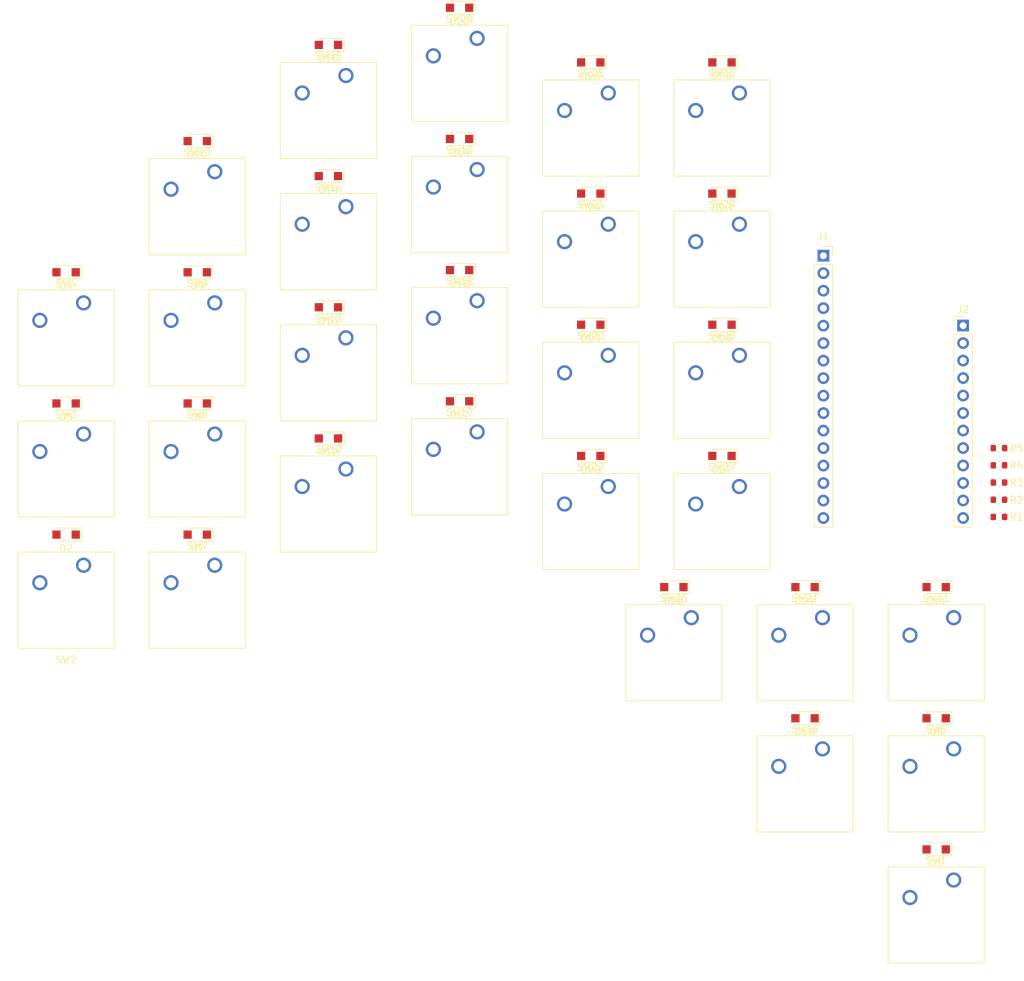
<source format=kicad_pcb>
(kicad_pcb (version 20240108) (generator "pcbnew") (generator_version "8.0")
  (layers (0 "F.Cu" signal) (31 "B.Cu" signal) (34 "B.Paste" user) (35 "F.Paste" user) (36 "B.SilkS" user "B.Silkscreen") (37 "F.SilkS" user "F.Silkscreen") (38 "B.Mask" user) (39 "F.Mask" user) (44 "Edge.Cuts" user))
  (net 0 "")
  (net 1 "/Row_0")
  (net 2 "Net-(D1-A)")
  (net 3 "/Row_1")
  (net 4 "Net-(D2-A)")
  (net 5 "/Row_2")
  (net 6 "Net-(D3-A)")
  (net 7 "/Row_3")
  (net 8 "Net-(D4-A)")
  (net 9 "/Row_4")
  (net 10 "Net-(D6-A)")
  (net 11 "Net-(D7-A)")
  (net 12 "Net-(D8-A)")
  (net 13 "Net-(D9-A)")
  (net 14 "Net-(D10-A)")
  (net 15 "Net-(D11-A)")
  (net 16 "Net-(D12-A)")
  (net 17 "Net-(D13-A)")
  (net 18 "Net-(D14-A)")
  (net 19 "Net-(D15-A)")
  (net 20 "Net-(D16-A)")
  (net 21 "Net-(D17-A)")
  (net 22 "Net-(D18-A)")
  (net 23 "Net-(D19-A)")
  (net 24 "Net-(D20-A)")
  (net 25 "Net-(D21-A)")
  (net 26 "Net-(D22-A)")
  (net 27 "Net-(D23-A)")
  (net 28 "Net-(D24-A)")
  (net 29 "Net-(D25-A)")
  (net 30 "Net-(D26-A)")
  (net 31 "Net-(D27-A)")
  (net 32 "Net-(D28-A)")
  (net 33 "Net-(D29-A)")
  (net 34 "Net-(D30-A)")
  (net 35 "/Col_3")
  (net 36 "/Col_1")
  (net 37 "/Col_5")
  (net 38 "/Col_4")
  (net 39 "/Col_0")
  (net 40 "/Col_2")
  (net 45 "+3.3V")
  (footprint "Diode_SMD:Nexperia_CFP3_SOD-123W" (layer "F.Cu") (at 49.275 112.38 180)
    (property "Reference" "D7" (at 0 -2 0) (layer "F.SilkS"))
    (property "Value" "D" (hide yes))
    (pad "1" smd rect (at -1.4 0 180) (size 1.2 1.2) (layers "F.Cu" "F.Paste" "F.Mask") (net 3 "/Row_1"))
    (pad "2" smd rect (at 1.4 0 180) (size 1.2 1.2) (layers "F.Cu" "F.Paste" "F.Mask") (net 11 "Net-(D7-A)"))
  )
  (footprint "Button_Switch_Keyboard:SW_Cherry_MX_1.00u_PCB" (layer "F.Cu") (at 32.765 97.775)
    (property "Reference" "SW3" (at -2.54 -2.794 0) (layer "F.SilkS"))
    (property "Value" "SW_Push" (hide yes))
    (pad "" np_thru_hole circle (at -7.62 5.08) (size 1.7 1.7) (drill 1.7) (layers "*.Cu" "*.Mask"))
    (pad "" np_thru_hole circle (at -2.54 5.08) (size 4 4) (drill 4) (layers "*.Cu" "*.Mask"))
    (pad "" np_thru_hole circle (at 2.54 5.08) (size 1.7 1.7) (drill 1.7) (layers "*.Cu" "*.Mask"))
    (pad "1" thru_hole circle (at 0 0) (size 2.2 2.2) (drill 1.5) (layers "*.Cu" "*.Mask") (net 39 "/Col_0"))
    (pad "2" thru_hole circle (at -6.35 2.54) (size 2.2 2.2) (drill 1.5) (layers "*.Cu" "*.Mask") (net 6 "Net-(D3-A)"))
  )
  (footprint "Diode_SMD:Nexperia_CFP3_SOD-123W" (layer "F.Cu") (at 87.375 54.9125 180)
    (property "Reference" "D19" (at 0 -2 0) (layer "F.SilkS"))
    (property "Value" "D" (hide yes))
    (pad "1" smd rect (at -1.4 0 180) (size 1.2 1.2) (layers "F.Cu" "F.Paste" "F.Mask") (net 7 "/Row_3"))
    (pad "2" smd rect (at 1.4 0 180) (size 1.2 1.2) (layers "F.Cu" "F.Paste" "F.Mask") (net 23 "Net-(D19-A)"))
  )
  (footprint "Button_Switch_Keyboard:SW_Cherry_MX_1.00u_PCB" (layer "F.Cu") (at 128.015 86.345)
    (property "Reference" "SW28" (at -2.54 -2.794 0) (layer "F.SilkS"))
    (property "Value" "SW_Push" (hide yes))
    (pad "" np_thru_hole circle (at -7.62 5.08) (size 1.7 1.7) (drill 1.7) (layers "*.Cu" "*.Mask"))
    (pad "" np_thru_hole circle (at -2.54 5.08) (size 4 4) (drill 4) (layers "*.Cu" "*.Mask"))
    (pad "" np_thru_hole circle (at 2.54 5.08) (size 1.7 1.7) (drill 1.7) (layers "*.Cu" "*.Mask"))
    (pad "1" thru_hole circle (at 0 0) (size 2.2 2.2) (drill 1.5) (layers "*.Cu" "*.Mask") (net 37 "/Col_5"))
    (pad "2" thru_hole circle (at -6.35 2.54) (size 2.2 2.2) (drill 1.5) (layers "*.Cu" "*.Mask") (net 32 "Net-(D28-A)"))
  )
  (footprint "Diode_SMD:Nexperia_CFP3_SOD-123W" (layer "F.Cu") (at 68.325 41.26 180)
    (property "Reference" "D15" (at 0 -2 0) (layer "F.SilkS"))
    (property "Value" "D" (hide yes))
    (pad "1" smd rect (at -1.4 0 180) (size 1.2 1.2) (layers "F.Cu" "F.Paste" "F.Mask") (net 9 "/Row_4"))
    (pad "2" smd rect (at 1.4 0 180) (size 1.2 1.2) (layers "F.Cu" "F.Paste" "F.Mask") (net 19 "Net-(D15-A)"))
  )
  (footprint "Button_Switch_Keyboard:SW_Cherry_MX_1.00u_PCB" (layer "F.Cu") (at 51.815 78.725)
    (property "Reference" "SW9" (at -2.54 -2.794 0) (layer "F.SilkS"))
    (property "Value" "SW_Push" (hide yes))
    (pad "" np_thru_hole circle (at -7.62 5.08) (size 1.7 1.7) (drill 1.7) (layers "*.Cu" "*.Mask"))
    (pad "" np_thru_hole circle (at -2.54 5.08) (size 4 4) (drill 4) (layers "*.Cu" "*.Mask"))
    (pad "" np_thru_hole circle (at 2.54 5.08) (size 1.7 1.7) (drill 1.7) (layers "*.Cu" "*.Mask"))
    (pad "1" thru_hole circle (at 0 0) (size 2.2 2.2) (drill 1.5) (layers "*.Cu" "*.Mask") (net 36 "/Col_1"))
    (pad "2" thru_hole circle (at -6.35 2.54) (size 2.2 2.2) (drill 1.5) (layers "*.Cu" "*.Mask") (net 13 "Net-(D9-A)"))
  )
  (footprint "Diode_SMD:Nexperia_CFP3_SOD-123W" (layer "F.Cu") (at 87.375 93.0125 180)
    (property "Reference" "D17" (at 0 -2 0) (layer "F.SilkS"))
    (property "Value" "D" (hide yes))
    (pad "1" smd rect (at -1.4 0 180) (size 1.2 1.2) (layers "F.Cu" "F.Paste" "F.Mask") (net 3 "/Row_1"))
    (pad "2" smd rect (at 1.4 0 180) (size 1.2 1.2) (layers "F.Cu" "F.Paste" "F.Mask") (net 21 "Net-(D17-A)"))
  )
  (footprint "Diode_SMD:Nexperia_CFP3_SOD-123W" (layer "F.Cu") (at 106.425 62.85 180)
    (property "Reference" "D24" (at 0 -2 0) (layer "F.SilkS"))
    (property "Value" "D" (hide yes))
    (pad "1" smd rect (at -1.4 0 180) (size 1.2 1.2) (layers "F.Cu" "F.Paste" "F.Mask") (net 7 "/Row_3"))
    (pad "2" smd rect (at 1.4 0 180) (size 1.2 1.2) (layers "F.Cu" "F.Paste" "F.Mask") (net 28 "Net-(D24-A)"))
  )
  (footprint "Diode_SMD:Nexperia_CFP3_SOD-123W" (layer "F.Cu") (at 106.425 43.8 180)
    (property "Reference" "D25" (at 0 -2 0) (layer "F.SilkS"))
    (property "Value" "D" (hide yes))
    (pad "1" smd rect (at -1.4 0 180) (size 1.2 1.2) (layers "F.Cu" "F.Paste" "F.Mask") (net 9 "/Row_4"))
    (pad "2" smd rect (at 1.4 0 180) (size 1.2 1.2) (layers "F.Cu" "F.Paste" "F.Mask") (net 29 "Net-(D25-A)"))
  )
  (footprint "Button_Switch_Keyboard:SW_Cherry_MX_1.00u_PCB" (layer "F.Cu") (at 128.015 105.395)
    (property "Reference" "SW27" (at -2.54 -2.794 0) (layer "F.SilkS"))
    (property "Value" "SW_Push" (hide yes))
    (pad "" np_thru_hole circle (at -7.62 5.08) (size 1.7 1.7) (drill 1.7) (layers "*.Cu" "*.Mask"))
    (pad "" np_thru_hole circle (at -2.54 5.08) (size 4 4) (drill 4) (layers "*.Cu" "*.Mask"))
    (pad "" np_thru_hole circle (at 2.54 5.08) (size 1.7 1.7) (drill 1.7) (layers "*.Cu" "*.Mask"))
    (pad "1" thru_hole circle (at 0 0) (size 2.2 2.2) (drill 1.5) (layers "*.Cu" "*.Mask") (net 37 "/Col_5"))
    (pad "2" thru_hole circle (at -6.35 2.54) (size 2.2 2.2) (drill 1.5) (layers "*.Cu" "*.Mask") (net 31 "Net-(D27-A)"))
  )
  (footprint "Button_Switch_Keyboard:SW_Cherry_MX_1.00u_PCB" (layer "F.Cu") (at 121.03 124.445)
    (property "Reference" "SW26" (at -2.54 -2.794 360) (layer "F.SilkS"))
    (property "Value" "SW_Push" (hide yes))
    (pad "" np_thru_hole circle (at -7.62 5.08) (size 1.7 1.7) (drill 1.7) (layers "*.Cu" "*.Mask"))
    (pad "" np_thru_hole circle (at -2.54 5.08) (size 4 4) (drill 4) (layers "*.Cu" "*.Mask"))
    (pad "" np_thru_hole circle (at 2.54 5.08) (size 1.7 1.7) (drill 1.7) (layers "*.Cu" "*.Mask"))
    (pad "1" thru_hole circle (at 0 0) (size 2.2 2.2) (drill 1.5) (layers "*.Cu" "*.Mask") (net 37 "/Col_5"))
    (pad "2" thru_hole circle (at -6.35 2.54) (size 2.2 2.2) (drill 1.5) (layers "*.Cu" "*.Mask") (net 30 "Net-(D26-A)"))
  )
  (footprint "Diode_SMD:Nexperia_CFP3_SOD-123W" (layer "F.Cu") (at 49.275 74.28 180)
    (property "Reference" "D9" (at 0 -2 0) (layer "F.SilkS"))
    (property "Value" "D" (hide yes))
    (pad "1" smd rect (at -1.4 0 180) (size 1.2 1.2) (layers "F.Cu" "F.Paste" "F.Mask") (net 7 "/Row_3"))
    (pad "2" smd rect (at 1.4 0 180) (size 1.2 1.2) (layers "F.Cu" "F.Paste" "F.Mask") (net 13 "Net-(D9-A)"))
  )
  (footprint "Diode_SMD:Nexperia_CFP3_SOD-123W" (layer "F.Cu") (at 49.275 55.23 180)
    (property "Reference" "D10" (at 0 -2 0) (layer "F.SilkS"))
    (property "Value" "D" (hide yes))
    (pad "1" smd rect (at -1.4 0 180) (size 1.2 1.2) (layers "F.Cu" "F.Paste" "F.Mask") (net 9 "/Row_4"))
    (pad "2" smd rect (at 1.4 0 180) (size 1.2 1.2) (layers "F.Cu" "F.Paste" "F.Mask") (net 14 "Net-(D10-A)"))
  )
  (footprint "Diode_SMD:Nexperia_CFP3_SOD-123W" (layer "F.Cu") (at 68.325 98.41 180)
    (property "Reference" "D12" (at 0 -2 0) (layer "F.SilkS"))
    (property "Value" "D" (hide yes))
    (pad "1" smd rect (at -1.4 0 180) (size 1.2 1.2) (layers "F.Cu" "F.Paste" "F.Mask") (net 3 "/Row_1"))
    (pad "2" smd rect (at 1.4 0 180) (size 1.2 1.2) (layers "F.Cu" "F.Paste" "F.Mask") (net 16 "Net-(D12-A)"))
  )
  (footprint "Button_Switch_Keyboard:SW_Cherry_MX_1.00u_PCB" (layer "F.Cu") (at 89.915 78.4075)
    (property "Reference" "SW18" (at -2.54 -2.794 0) (layer "F.SilkS"))
    (property "Value" "SW_Push" (hide yes))
    (pad "" np_thru_hole circle (at -7.62 5.08) (size 1.7 1.7) (drill 1.7) (layers "*.Cu" "*.Mask"))
    (pad "" np_thru_hole circle (at -2.54 5.08) (size 4 4) (drill 4) (layers "*.Cu" "*.Mask"))
    (pad "" np_thru_hole circle (at 2.54 5.08) (size 1.7 1.7) (drill 1.7) (layers "*.Cu" "*.Mask"))
    (pad "1" thru_hole circle (at 0 0) (size 2.2 2.2) (drill 1.5) (layers "*.Cu" "*.Mask") (net 35 "/Col_3"))
    (pad "2" thru_hole circle (at -6.35 2.54) (size 2.2 2.2) (drill 1.5) (layers "*.Cu" "*.Mask") (net 22 "Net-(D18-A)"))
  )
  (footprint "Button_Switch_Keyboard:SW_Cherry_MX_1.00u_PCB" (layer "F.Cu") (at 108.965 105.395)
    (property "Reference" "SW22" (at -2.54 -2.794 0) (layer "F.SilkS"))
    (property "Value" "SW_Push" (hide yes))
    (pad "" np_thru_hole circle (at -7.62 5.08) (size 1.7 1.7) (drill 1.7) (layers "*.Cu" "*.Mask"))
    (pad "" np_thru_hole circle (at -2.54 5.08) (size 4 4) (drill 4) (layers "*.Cu" "*.Mask"))
    (pad "" np_thru_hole circle (at 2.54 5.08) (size 1.7 1.7) (drill 1.7) (layers "*.Cu" "*.Mask"))
    (pad "1" thru_hole circle (at 0 0) (size 2.2 2.2) (drill 1.5) (layers "*.Cu" "*.Mask") (net 38 "/Col_4"))
    (pad "2" thru_hole circle (at -6.35 2.54) (size 2.2 2.2) (drill 1.5) (layers "*.Cu" "*.Mask") (net 26 "Net-(D22-A)"))
  )
  (footprint "Diode_SMD:Nexperia_CFP3_SOD-123W" (layer "F.Cu") (at 30.225 93.33 180)
    (property "Reference" "D3" (at 0 -2 0) (layer "F.SilkS"))
    (property "Value" "D" (hide yes))
    (pad "1" smd rect (at -1.4 0 180) (size 1.2 1.2) (layers "F.Cu" "F.Paste" "F.Mask") (net 5 "/Row_2"))
    (pad "2" smd rect (at 1.4 0 180) (size 1.2 1.2) (layers "F.Cu" "F.Paste" "F.Mask") (net 6 "Net-(D3-A)"))
  )
  (footprint "Button_Switch_Keyboard:SW_Cherry_MX_1.00u_PCB" (layer "F.Cu") (at 70.865 102.855)
    (property "Reference" "SW12" (at -2.54 -2.794 0) (layer "F.SilkS"))
    (property "Value" "SW_Push" (hide yes))
    (pad "" np_thru_hole circle (at -7.62 5.08) (size 1.7 1.7) (drill 1.7) (layers "*.Cu" "*.Mask"))
    (pad "" np_thru_hole circle (at -2.54 5.08) (size 4 4) (drill 4) (layers "*.Cu" "*.Mask"))
    (pad "" np_thru_hole circle (at 2.54 5.08) (size 1.7 1.7) (drill 1.7) (layers "*.Cu" "*.Mask"))
    (pad "1" thru_hole circle (at 0 0) (size 2.2 2.2) (drill 1.5) (layers "*.Cu" "*.Mask") (net 40 "/Col_2"))
    (pad "2" thru_hole circle (at -6.35 2.54) (size 2.2 2.2) (drill 1.5) (layers "*.Cu" "*.Mask") (net 16 "Net-(D12-A)"))
  )
  (footprint "Diode_SMD:Nexperia_CFP3_SOD-123W" (layer "F.Cu") (at 137.54 139.05 180)
    (property "Reference" "D16" (at 0 -2 360) (layer "F.SilkS"))
    (property "Value" "D")
    (pad "1" smd rect (at -1.4 0 180) (size 1.2 1.2) (layers "F.Cu" "F.Paste" "F.Mask") (net 1 "/Row_0"))
    (pad "2" smd rect (at 1.4 0 180) (size 1.2 1.2) (layers "F.Cu" "F.Paste" "F.Mask") (net 20 "Net-(D16-A)"))
  )
  (footprint "Button_Switch_Keyboard:SW_Cherry_MX_1.00u_PCB" (layer "F.Cu") (at 108.965 67.295)
    (property "Reference" "SW24" (at -2.54 -2.794 0) (layer "F.SilkS"))
    (property "Value" "SW_Push" (hide yes))
    (pad "" np_thru_hole circle (at -7.62 5.08) (size 1.7 1.7) (drill 1.7) (layers "*.Cu" "*.Mask"))
    (pad "" np_thru_hole circle (at -2.54 5.08) (size 4 4) (drill 4) (layers "*.Cu" "*.Mask"))
    (pad "" np_thru_hole circle (at 2.54 5.08) (size 1.7 1.7) (drill 1.7) (layers "*.Cu" "*.Mask"))
    (pad "1" thru_hole circle (at 0 0) (size 2.2 2.2) (drill 1.5) (layers "*.Cu" "*.Mask") (net 38 "/Col_4"))
    (pad "2" thru_hole circle (at -6.35 2.54) (size 2.2 2.2) (drill 1.5) (layers "*.Cu" "*.Mask") (net 28 "Net-(D24-A)"))
  )
  (footprint "Resistor_SMD:R_0603_1608Metric" (layer "F.Cu") (at 165.705 104.815 180)
    (property "Reference" "R3" (at -2.54 -0.033 0) (layer "F.SilkS"))
    (property "Value" "R_US" (hide yes))
    (pad "1" smd roundrect (at -0.825 0 180) (size 0.8 0.95) (layers "F.Cu" "F.Paste" "F.Mask") (net 45 "+3.3V"))
    (pad "2" smd roundrect (at 0.825 0 180) (size 0.8 0.95) (layers "F.Cu" "F.Paste" "F.Mask") (net 5 "/Row_2"))
  )
  (footprint "Diode_SMD:Nexperia_CFP3_SOD-123W" (layer "F.Cu") (at 125.475 100.95 180)
    (property "Reference" "D27" (at 0 -2 0) (layer "F.SilkS"))
    (property "Value" "D" (hide yes))
    (pad "1" smd rect (at -1.4 0 180) (size 1.2 1.2) (layers "F.Cu" "F.Paste" "F.Mask") (net 3 "/Row_1"))
    (pad "2" smd rect (at 1.4 0 180) (size 1.2 1.2) (layers "F.Cu" "F.Paste" "F.Mask") (net 31 "Net-(D27-A)"))
  )
  (footprint "Button_Switch_Keyboard:SW_Cherry_MX_1.00u_PCB" (layer "F.Cu") (at 70.865 83.805)
    (property "Reference" "SW13" (at -2.54 -2.794 0) (layer "F.SilkS"))
    (property "Value" "SW_Push" (hide yes))
    (pad "" np_thru_hole circle (at -7.62 5.08) (size 1.7 1.7) (drill 1.7) (layers "*.Cu" "*.Mask"))
    (pad "" np_thru_hole circle (at -2.54 5.08) (size 4 4) (drill 4) (layers "*.Cu" "*.Mask"))
    (pad "" np_thru_hole circle (at 2.54 5.08) (size 1.7 1.7) (drill 1.7) (layers "*.Cu" "*.Mask"))
    (pad "1" thru_hole circle (at 0 0) (size 2.2 2.2) (drill 1.5) (layers "*.Cu" "*.Mask") (net 40 "/Col_2"))
    (pad "2" thru_hole circle (at -6.35 2.54) (size 2.2 2.2) (drill 1.5) (layers "*.Cu" "*.Mask") (net 17 "Net-(D13-A)"))
  )
  (footprint "Diode_SMD:Nexperia_CFP3_SOD-123W" (layer "F.Cu") (at 68.325 79.36 180)
    (property "Reference" "D13" (at 0 -2 0) (layer "F.SilkS"))
    (property "Value" "D" (hide yes))
    (pad "1" smd rect (at -1.4 0 180) (size 1.2 1.2) (layers "F.Cu" "F.Paste" "F.Mask") (net 5 "/Row_2"))
    (pad "2" smd rect (at 1.4 0 180) (size 1.2 1.2) (layers "F.Cu" "F.Paste" "F.Mask") (net 17 "Net-(D13-A)"))
  )
  (footprint "Button_Switch_Keyboard:SW_Cherry_MX_1.00u_PCB" (layer "F.Cu") (at 89.915 40.3075)
    (property "Reference" "SW20" (at -2.54 -2.794 0) (layer "F.SilkS"))
    (property "Value" "SW_Push" (hide yes))
    (pad "" np_thru_hole circle (at -7.62 5.08) (size 1.7 1.7) (drill 1.7) (layers "*.Cu" "*.Mask"))
    (pad "" np_thru_hole circle (at -2.54 5.08) (size 4 4) (drill 4) (layers "*.Cu" "*.Mask"))
    (pad "" np_thru_hole circle (at 2.54 5.08) (size 1.7 1.7) (drill 1.7) (layers "*.Cu" "*.Mask"))
    (pad "1" thru_hole circle (at 0 0) (size 2.2 2.2) (drill 1.5) (layers "*.Cu" "*.Mask") (net 35 "/Col_3"))
    (pad "2" thru_hole circle (at -6.35 2.54) (size 2.2 2.2) (drill 1.5) (layers "*.Cu" "*.Mask") (net 24 "Net-(D20-A)"))
  )
  (footprint "Diode_SMD:Nexperia_CFP3_SOD-123W" (layer "F.Cu") (at 125.475 62.85 180)
    (property "Reference" "D29" (at 0 -2 0) (layer "F.SilkS"))
    (property "Value" "D" (hide yes))
    (pad "1" smd rect (at -1.4 0 180) (size 1.2 1.2) (layers "F.Cu" "F.Paste" "F.Mask") (net 7 "/Row_3"))
    (pad "2" smd rect (at 1.4 0 180) (size 1.2 1.2) (layers "F.Cu" "F.Paste" "F.Mask") (net 33 "Net-(D29-A)"))
  )
  (footprint "Button_Switch_Keyboard:SW_Cherry_MX_1.00u_PCB" (layer "F.Cu") (at 128.015 67.295)
    (property "Reference" "SW29" (at -2.54 -2.794 0) (layer "F.SilkS"))
    (property "Value" "SW_Push" (hide yes))
    (pad "" np_thru_hole circle (at -7.62 5.08) (size 1.7 1.7) (drill 1.7) (layers "*.Cu" "*.Mask"))
    (pad "" np_thru_hole circle (at -2.54 5.08) (size 4 4) (drill 4) (layers "*.Cu" "*.Mask"))
    (pad "" np_thru_hole circle (at 2.54 5.08) (size 1.7 1.7) (drill 1.7) (layers "*.Cu" "*.Mask"))
    (pad "1" thru_hole circle (at 0 0) (size 2.2 2.2) (drill 1.5) (layers "*.Cu" "*.Mask") (net 37 "/Col_5"))
    (pad "2" thru_hole circle (at -6.35 2.54) (size 2.2 2.2) (drill 1.5) (layers "*.Cu" "*.Mask") (net 33 "Net-(D29-A)"))
  )
  (footprint "Diode_SMD:Nexperia_CFP3_SOD-123W" (layer "F.Cu") (at 87.375 35.8625 180)
    (property "Reference" "D20" (at 0 -2 0) (layer "F.SilkS"))
    (property "Value" "D" (hide yes))
    (pad "1" smd rect (at -1.4 0 180) (size 1.2 1.2) (layers "F.Cu" "F.Paste" "F.Mask") (net 9 "/Row_4"))
    (pad "2" smd rect (at 1.4 0 180) (size 1.2 1.2) (layers "F.Cu" "F.Paste" "F.Mask") (net 24 "Net-(D20-A)"))
  )
  (footprint "Button_Switch_Keyboard:SW_Cherry_MX_1.00u_PCB" (layer "F.Cu") (at 51.815 59.675)
    (property "Reference" "SW10" (at -2.54 -2.794 0) (layer "F.SilkS"))
    (property "Value" "SW_Push" (hide yes))
    (pad "" np_thru_hole circle (at -7.62 5.08) (size 1.7 1.7) (drill 1.7) (layers "*.Cu" "*.Mask"))
    (pad "" np_thru_hole circle (at -2.54 5.08) (size 4 4) (drill 4) (layers "*.Cu" "*.Mask"))
    (pad "" np_thru_hole circle (at 2.54 5.08) (size 1.7 1.7) (drill 1.7) (layers "*.Cu" "*.Mask"))
    (pad "1" thru_hole circle (at 0 0) (size 2.2 2.2) (drill 1.5) (layers "*.Cu" "*.Mask") (net 36 "/Col_1"))
    (pad "2" thru_hole circle (at -6.35 2.54) (size 2.2 2.2) (drill 1.5) (layers "*.Cu" "*.Mask") (net 14 "Net-(D10-A)"))
  )
  (footprint "Connector_PinSocket_2.54mm:PinSocket_1x16_P2.54mm_Vertical" (layer "F.Cu") (at 140.205 71.875)
    (property "Reference" "J1" (at 0 -2.77 0) (layer "F.SilkS"))
    (property "Value" "Adafruit_Feather_16_pin" (hide yes))
    (pad "1" thru_hole rect (at 0 0) (size 1.7 1.7) (drill 1) (layers "*.Cu" "*.Mask"))
    (pad "2" thru_hole oval (at 0 2.54) (size 1.7 1.7) (drill 1) (layers "*.Cu" "*.Mask"))
    (pad "3" thru_hole oval (at 0 5.08) (size 1.7 1.7) (drill 1) (layers "*.Cu" "*.Mask"))
    (pad "4" thru_hole oval (at 0 7.62) (size 1.7 1.7) (drill 1) (layers "*.Cu" "*.Mask"))
    (pad "5" thru_hole oval (at 0 10.16) (size 1.7 1.7) (drill 1) (layers "*.Cu" "*.Mask"))
    (pad "6" thru_hole oval (at 0 12.7) (size 1.7 1.7) (drill 1) (layers "*.Cu" "*.Mask") (net 39 "/Col_0"))
    (pad "7" thru_hole oval (at 0 15.24) (size 1.7 1.7) (drill 1) (layers "*.Cu" "*.Mask") (net 36 "/Col_1"))
    (pad "8" thru_hole oval (at 0 17.78) (size 1.7 1.7) (drill 1) (layers "*.Cu" "*.Mask") (net 40 "/Col_2"))
    (pad "9" thru_hole oval (at 0 20.32) (size 1.7 1.7) (drill 1) (layers "*.Cu" "*.Mask") (net 35 "/Col_3"))
    (pad "10" thru_hole oval (at 0 22.86) (size 1.7 1.7) (drill 1) (layers "*.Cu" "*.Mask") (net 38 "/Col_4"))
    (pad "11" thru_hole oval (at 0 25.4) (size 1.7 1.7) (drill 1) (layers "*.Cu" "*.Mask") (net 37 "/Col_5"))
    (pad "12" thru_hole oval (at 0 27.94) (size 1.7 1.7) (drill 1) (layers "*.Cu" "*.Mask"))
    (pad "13" thru_hole oval (at 0 30.48) (size 1.7 1.7) (drill 1) (layers "*.Cu" "*.Mask"))
    (pad "14" thru_hole oval (at 0 33.02) (size 1.7 1.7) (drill 1) (layers "*.Cu" "*.Mask"))
    (pad "15" thru_hole oval (at 0 35.56) (size 1.7 1.7) (drill 1) (layers "*.Cu" "*.Mask"))
    (pad "16" thru_hole oval (at 0 38.1) (size 1.7 1.7) (drill 1) (layers "*.Cu" "*.Mask"))
  )
  (footprint "Diode_SMD:Nexperia_CFP3_SOD-123W" (layer "F.Cu") (at 137.54 120 180)
    (property "Reference" "D21" (at 0 -2 360) (layer "F.SilkS"))
    (property "Value" "D")
    (pad "1" smd rect (at -1.4 0 180) (size 1.2 1.2) (layers "F.Cu" "F.Paste" "F.Mask") (net 1 "/Row_0"))
    (pad "2" smd rect (at 1.4 0 180) (size 1.2 1.2) (layers "F.Cu" "F.Paste" "F.Mask") (net 25 "Net-(D21-A)"))
  )
  (footprint "Diode_SMD:Nexperia_CFP3_SOD-123W" (layer "F.Cu") (at 30.225 112.38 180)
    (property "Reference" "D2" (at 0 -2 0) (layer "F.SilkS"))
    (property "Value" "D" (hide yes))
    (pad "1" smd rect (at -1.4 0 180) (size 1.2 1.2) (layers "F.Cu" "F.Paste" "F.Mask") (net 3 "/Row_1"))
    (pad "2" smd rect (at 1.4 0 180) (size 1.2 1.2) (layers "F.Cu" "F.Paste" "F.Mask") (net 4 "Net-(D2-A)"))
  )
  (footprint "Button_Switch_Keyboard:SW_Cherry_MX_1.00u_PCB" (layer "F.Cu") (at 32.765 78.725)
    (property "Reference" "SW4" (at -2.54 -2.794 0) (layer "F.SilkS"))
    (property "Value" "SW_Push" (hide yes))
    (pad "" np_thru_hole circle (at -7.62 5.08) (size 1.7 1.7) (drill 1.7) (layers "*.Cu" "*.Mask"))
    (pad "" np_thru_hole circle (at -2.54 5.08) (size 4 4) (drill 4) (layers "*.Cu" "*.Mask"))
    (pad "" np_thru_hole circle (at 2.54 5.08) (size 1.7 1.7) (drill 1.7) (layers "*.Cu" "*.Mask"))
    (pad "1" thru_hole circle (at 0 0) (size 2.2 2.2) (drill 1.5) (layers "*.Cu" "*.Mask") (net 39 "/Col_0"))
    (pad "2" thru_hole circle (at -6.35 2.54) (size 2.2 2.2) (drill 1.5) (layers "*.Cu" "*.Mask") (net 8 "Net-(D4-A)"))
  )
  (footprint "Button_Switch_Keyboard:SW_Cherry_MX_1.00u_PCB" (layer "F.Cu") (at 159.13 124.445)
    (property "Reference" "SW11" (at -2.54 -2.794 360) (layer "F.SilkS"))
    (property "Value" "SW_Push" (hide yes))
    (pad "" np_thru_hole circle (at -7.62 5.08) (size 1.7 1.7) (drill 1.7) (layers "*.Cu" "*.Mask"))
    (pad "" np_thru_hole circle (at -2.54 5.08) (size 4 4) (drill 4) (layers "*.Cu" "*.Mask"))
    (pad "" np_thru_hole circle (at 2.54 5.08) (size 1.7 1.7) (drill 1.7) (layers "*.Cu" "*.Mask"))
    (pad "1" thru_hole circle (at 0 0) (size 2.2 2.2) (drill 1.5) (layers "*.Cu" "*.Mask") (net 40 "/Col_2"))
    (pad "2" thru_hole circle (at -6.35 2.54) (size 2.2 2.2) (drill 1.5) (layers "*.Cu" "*.Mask") (net 15 "Net-(D11-A)"))
  )
  (footprint "Button_Switch_Keyboard:SW_Cherry_MX_1.00u_PCB" (layer "F.Cu") (at 51.815 116.825)
    (property "Reference" "SW7" (at -2.54 -2.794 0) (layer "F.SilkS"))
    (property "Value" "SW_Push" (hide yes))
    (pad "" np_thru_hole circle (at -7.62 5.08) (size 1.7 1.7) (drill 1.7) (layers "*.Cu" "*.Mask"))
    (pad "" np_thru_hole circle (at -2.54 5.08) (size 4 4) (drill 4) (layers "*.Cu" "*.Mask"))
    (pad "" np_thru_hole circle (at 2.54 5.08) (size 1.7 1.7) (drill 1.7) (layers "*.Cu" "*.Mask"))
    (pad "1" thru_hole circle (at 0 0) (size 2.2 2.2) (drill 1.5) (layers "*.Cu" "*.Mask") (net 36 "/Col_1"))
    (pad "2" thru_hole circle (at -6.35 2.54) (size 2.2 2.2) (drill 1.5) (layers "*.Cu" "*.Mask") (net 11 "Net-(D7-A)"))
  )
  (footprint "Button_Switch_Keyboard:SW_Cherry_MX_1.00u_PCB" (layer "F.Cu") (at 32.765 116.825)
    (property "Reference" "SW2" (at -2.54 13.716 0) (layer "F.SilkS"))
    (property "Value" "SW_Push" (hide yes))
    (pad "" np_thru_hole circle (at -7.62 5.08) (size 1.7 1.7) (drill 1.7) (layers "*.Cu" "*.Mask"))
    (pad "" np_thru_hole circle (at -2.54 5.08) (size 4 4) (drill 4) (layers "*.Cu" "*.Mask"))
    (pad "" np_thru_hole circle (at 2.54 5.08) (size 1.7 1.7) (drill 1.7) (layers "*.Cu" "*.Mask"))
    (pad "1" thru_hole circle (at 0 0) (size 2.2 2.2) (drill 1.5) (layers "*.Cu" "*.Mask") (net 39 "/Col_0"))
    (pad "2" thru_hole circle (at -6.35 2.54) (size 2.2 2.2) (drill 1.5) (layers "*.Cu" "*.Mask") (net 4 "Net-(D2-A)"))
  )
  (footprint "Diode_SMD:Nexperia_CFP3_SOD-123W" (layer "F.Cu") (at 49.275 93.33 180)
    (property "Reference" "D8" (at 0 -2 0) (layer "F.SilkS"))
    (property "Value" "D" (hide yes))
    (pad "1" smd rect (at -1.4 0 180) (size 1.2 1.2) (layers "F.Cu" "F.Paste" "F.Mask") (net 5 "/Row_2"))
    (pad "2" smd rect (at 1.4 0 180) (size 1.2 1.2) (layers "F.Cu" "F.Paste" "F.Mask") (net 12 "Net-(D8-A)"))
  )
  (footprint "Button_Switch_Keyboard:SW_Cherry_MX_1.00u_PCB" (layer "F.Cu") (at 140.08 124.445)
    (property "Reference" "SW21" (at -2.54 -2.794 360) (layer "F.SilkS"))
    (property "Value" "SW_Push" (hide yes))
    (pad "" np_thru_hole circle (at -7.62 5.08) (size 1.7 1.7) (drill 1.7) (layers "*.Cu" "*.Mask"))
    (pad "" np_thru_hole circle (at -2.54 5.08) (size 4 4) (drill 4) (layers "*.Cu" "*.Mask"))
    (pad "" np_thru_hole circle (at 2.54 5.08) (size 1.7 1.7) (drill 1.7) (layers "*.Cu" "*.Mask"))
    (pad "1" thru_hole circle (at 0 0) (size 2.2 2.2) (drill 1.5) (layers "*.Cu" "*.Mask") (net 38 "/Col_4"))
    (pad "2" thru_hole circle (at -6.35 2.54) (size 2.2 2.2) (drill 1.5) (layers "*.Cu" "*.Mask") (net 25 "Net-(D21-A)"))
  )
  (footprint "Resistor_SMD:R_0603_1608Metric" (layer "F.Cu") (at 165.705 102.315 180)
    (property "Reference" "R4" (at -2.54 -0.033 0) (layer "F.SilkS"))
    (property "Value" "R_US" (hide yes))
    (pad "1" smd roundrect (at -0.825 0 180) (size 0.8 0.95) (layers "F.Cu" "F.Paste" "F.Mask") (net 45 "+3.3V"))
    (pad "2" smd roundrect (at 0.825 0 180) (size 0.8 0.95) (layers "F.Cu" "F.Paste" "F.Mask") (net 7 "/Row_3"))
  )
  (footprint "Button_Switch_Keyboard:SW_Cherry_MX_1.00u_PCB" (layer "F.Cu") (at 89.915 59.3575)
    (property "Reference" "SW19" (at -2.54 -2.794 0) (layer "F.SilkS"))
    (property "Value" "SW_Push" (hide yes))
    (pad "" np_thru_hole circle (at -7.62 5.08) (size 1.7 1.7) (drill 1.7) (layers "*.Cu" "*.Mask"))
    (pad "" np_thru_hole circle (at -2.54 5.08) (size 4 4) (drill 4) (layers "*.Cu" "*.Mask"))
    (pad "" np_thru_hole circle (at 2.54 5.08) (size 1.7 1.7) (drill 1.7) (layers "*.Cu" "*.Mask"))
    (pad "1" thru_hole circle (at 0 0) (size 2.2 2.2) (drill 1.5) (layers "*.Cu" "*.Mask") (net 35 "/Col_3"))
    (pad "2" thru_hole circle (at -6.35 2.54) (size 2.2 2.2) (drill 1.5) (layers "*.Cu" "*.Mask") (net 23 "Net-(D19-A)"))
  )
  (footprint "Diode_SMD:Nexperia_CFP3_SOD-123W" (layer "F.Cu") (at 118.49 120 180)
    (property "Reference" "D26" (at 0 -2 360) (layer "F.SilkS"))
    (property "Value" "D")
    (pad "1" smd rect (at -1.4 0 180) (size 1.2 1.2) (layers "F.Cu" "F.Paste" "F.Mask") (net 1 "/Row_0"))
    (pad "2" smd rect (at 1.4 0 180) (size 1.2 1.2) (layers "F.Cu" "F.Paste" "F.Mask") (net 30 "Net-(D26-A)"))
  )
  (footprint "Button_Switch_Keyboard:SW_Cherry_MX_1.00u_PCB" (layer "F.Cu") (at 108.965 86.345)
    (property "Reference" "SW23" (at -2.54 -2.794 0) (layer "F.SilkS"))
    (property "Value" "SW_Push" (hide yes))
    (pad "" np_thru_hole circle (at -7.62 5.08) (size 1.7 1.7) (drill 1.7) (layers "*.Cu" "*.Mask"))
    (pad "" np_thru_hole circle (at -2.54 5.08) (size 4 4) (drill 4) (layers "*.Cu" "*.Mask"))
    (pad "" np_thru_hole circle (at 2.54 5.08) (size 1.7 1.7) (drill 1.7) (layers "*.Cu" "*.Mask"))
    (pad "1" thru_hole circle (at 0 0) (size 2.2 2.2) (drill 1.5) (layers "*.Cu" "*.Mask") (net 38 "/Col_4"))
    (pad "2" thru_hole circle (at -6.35 2.54) (size 2.2 2.2) (drill 1.5) (layers "*.Cu" "*.Mask") (net 27 "Net-(D23-A)"))
  )
  (footprint "Button_Switch_Keyboard:SW_Cherry_MX_1.00u_PCB" (layer "F.Cu") (at 70.865 64.755)
    (property "Reference" "SW14" (at -2.54 -2.794 0) (layer "F.SilkS"))
    (property "Value" "SW_Push" (hide yes))
    (pad "" np_thru_hole circle (at -7.62 5.08) (size 1.7 1.7) (drill 1.7) (layers "*.Cu" "*.Mask"))
    (pad "" np_thru_hole circle (at -2.54 5.08) (size 4 4) (drill 4) (layers "*.Cu" "*.Mask"))
    (pad "" np_thru_hole circle (at 2.54 5.08) (size 1.7 1.7) (drill 1.7) (layers "*.Cu" "*.Mask"))
    (pad "1" thru_hole circle (at 0 0) (size 2.2 2.2) (drill 1.5) (layers "*.Cu" "*.Mask") (net 40 "/Col_2"))
    (pad "2" thru_hole circle (at -6.35 2.54) (size 2.2 2.2) (drill 1.5) (layers "*.Cu" "*.Mask") (net 18 "Net-(D14-A)"))
  )
  (footprint "Button_Switch_Keyboard:SW_Cherry_MX_1.00u_PCB" (layer "F.Cu") (at 70.865 45.705)
    (property "Reference" "SW15" (at -2.54 -2.794 0) (layer "F.SilkS"))
    (property "Value" "SW_Push" (hide yes))
    (pad "" np_thru_hole circle (at -7.62 5.08) (size 1.7 1.7) (drill 1.7) (layers "*.Cu" "*.Mask"))
    (pad "" np_thru_hole circle (at -2.54 5.08) (size 4 4) (drill 4) (layers "*.Cu" "*.Mask"))
    (pad "" np_thru_hole circle (at 2.54 5.08) (size 1.7 1.7) (drill 1.7) (layers "*.Cu" "*.Mask"))
    (pad "1" thru_hole circle (at 0 0) (size 2.2 2.2) (drill 1.5) (layers "*.Cu" "*.Mask") (net 40 "/Col_2"))
    (pad "2" thru_hole circle (at -6.35 2.54) (size 2.2 2.2) (drill 1.5) (layers "*.Cu" "*.Mask") (net 19 "Net-(D15-A)"))
  )
  (footprint "Resistor_SMD:R_0603_1608Metric" (layer "F.Cu") (at 165.705 107.315 180)
    (property "Reference" "R2" (at -2.54 -0.033 0) (layer "F.SilkS"))
    (property "Value" "R_US" (hide yes))
    (pad "1" smd roundrect (at -0.825 0 180) (size 0.8 0.95) (layers "F.Cu" "F.Paste" "F.Mask") (net 45 "+3.3V"))
    (pad "2" smd roundrect (at 0.825 0 180) (size 0.8 0.95) (layers "F.Cu" "F.Paste" "F.Mask") (net 3 "/Row_1"))
  )
  (footprint "Button_Switch_Keyboard:SW_Cherry_MX_1.00u_PCB" (layer "F.Cu") (at 159.13 143.495)
    (property "Reference" "SW6" (at -2.54 -2.794 360) (layer "F.SilkS"))
    (property "Value" "SW_Push" (hide yes))
    (pad "" np_thru_hole circle (at -7.62 5.08) (size 1.7 1.7) (drill 1.7) (layers "*.Cu" "*.Mask"))
    (pad "" np_thru_hole circle (at -2.54 5.08) (size 4 4) (drill 4) (layers "*.Cu" "*.Mask"))
    (pad "" np_thru_hole circle (at 2.54 5.08) (size 1.7 1.7) (drill 1.7) (layers "*.Cu" "*.Mask"))
    (pad "1" thru_hole circle (at 0 0) (size 2.2 2.2) (drill 1.5) (layers "*.Cu" "*.Mask") (net 36 "/Col_1"))
    (pad "2" thru_hole circle (at -6.35 2.54) (size 2.2 2.2) (drill 1.5) (layers "*.Cu" "*.Mask") (net 10 "Net-(D6-A)"))
  )
  (footprint "Connector_PinHeader_2.54mm:PinHeader_1x12_P2.54mm_Vertical" (layer "F.Cu") (at 160.5 82.025)
    (property "Reference" "J2" (at 0 -2.33 0) (layer "F.SilkS"))
    (property "Value" "Adafruit_feather_12_pin" (hide yes))
    (pad "1" thru_hole rect (at 0 0) (size 1.7 1.7) (drill 1) (layers "*.Cu" "*.Mask"))
    (pad "2" thru_hole oval (at 0 2.54) (size 1.7 1.7) (drill 1) (layers "*.Cu" "*.Mask"))
    (pad "3" thru_hole oval (at 0 5.08) (size 1.7 1.7) (drill 1) (layers "*.Cu" "*.Mask"))
    (pad "4" thru_hole oval (at 0 7.62) (size 1.7 1.7) (drill 1) (layers "*.Cu" "*.Mask"))
    (pad "5" thru_hole oval (at 0 10.16) (size 1.7 1.7) (drill 1) (layers "*.Cu" "*.Mask"))
    (pad "6" thru_hole oval (at 0 12.7) (size 1.7 1.7) (drill 1) (layers "*.Cu" "*.Mask"))
    (pad "7" thru_hole oval (at 0 15.24) (size 1.7 1.7) (drill 1) (layers "*.Cu" "*.Mask"))
    (pad "8" thru_hole oval (at 0 17.78) (size 1.7 1.7) (drill 1) (layers "*.Cu" "*.Mask") (net 9 "/Row_4"))
    (pad "9" thru_hole oval (at 0 20.32) (size 1.7 1.7) (drill 1) (layers "*.Cu" "*.Mask") (net 7 "/Row_3"))
    (pad "10" thru_hole oval (at 0 22.86) (size 1.7 1.7) (drill 1) (layers "*.Cu" "*.Mask") (net 5 "/Row_2"))
    (pad "11" thru_hole oval (at 0 25.4) (size 1.7 1.7) (drill 1) (layers "*.Cu" "*.Mask") (net 3 "/Row_1"))
    (pad "12" thru_hole oval (at 0 27.94) (size 1.7 1.7) (drill 1) (layers "*.Cu" "*.Mask") (net 1 "/Row_0"))
  )
  (footprint "Diode_SMD:Nexperia_CFP3_SOD-123W" (layer "F.Cu") (at 156.59 120 180)
    (property "Reference" "D11" (at 0 -2 360) (layer "F.SilkS"))
    (property "Value" "D")
    (pad "1" smd rect (at -1.4 0 180) (size 1.2 1.2) (layers "F.Cu" "F.Paste" "F.Mask") (net 1 "/Row_0"))
    (pad "2" smd rect (at 1.4 0 180) (size 1.2 1.2) (layers "F.Cu" "F.Paste" "F.Mask") (net 15 "Net-(D11-A)"))
  )
  (footprint "Button_Switch_Keyboard:SW_Cherry_MX_1.00u_PCB" (layer "F.Cu") (at 140.08 143.495)
    (property "Reference" "SW16" (at -2.54 -2.794 360) (layer "F.SilkS"))
    (property "Value" "SW_Push" (hide yes))
    (pad "" np_thru_hole circle (at -7.62 5.08) (size 1.7 1.7) (drill 1.7) (layers "*.Cu" "*.Mask"))
    (pad "" np_thru_hole circle (at -2.54 5.08) (size 4 4) (drill 4) (layers "*.Cu" "*.Mask"))
    (pad "" np_thru_hole circle (at 2.54 5.08) (size 1.7 1.7) (drill 1.7) (layers "*.Cu" "*.Mask"))
    (pad "1" thru_hole circle (at 0 0) (size 2.2 2.2) (drill 1.5) (layers "*.Cu" "*.Mask") (net 35 "/Col_3"))
    (pad "2" thru_hole circle (at -6.35 2.54) (size 2.2 2.2) (drill 1.5) (layers "*.Cu" "*.Mask") (net 20 "Net-(D16-A)"))
  )
  (footprint "Button_Switch_Keyboard:SW_Cherry_MX_1.00u_PCB" (layer "F.Cu") (at 108.965 48.245)
    (property "Reference" "SW25" (at -2.54 -2.794 0) (layer "F.SilkS"))
    (property "Value" "SW_Push" (hide yes))
    (pad "" np_thru_hole circle (at -7.62 5.08) (size 1.7 1.7) (drill 1.7) (layers "*.Cu" "*.Mask"))
    (pad "" np_thru_hole circle (at -2.54 5.08) (size 4 4) (drill 4) (layers "*.Cu" "*.Mask"))
    (pad "" np_thru_hole circle (at 2.54 5.08) (size 1.7 1.7) (drill 1.7) (layers "*.Cu" "*.Mask"))
    (pad "1" thru_hole circle (at 0 0) (size 2.2 2.2) (drill 1.5) (layers "*.Cu" "*.Mask") (net 38 "/Col_4"))
    (pad "2" thru_hole circle (at -6.35 2.54) (size 2.2 2.2) (drill 1.5) (layers "*.Cu" "*.Mask") (net 29 "Net-(D25-A)"))
  )
  (footprint "Diode_SMD:Nexperia_CFP3_SOD-123W" (layer "F.Cu") (at 106.425 100.95 180)
    (property "Reference" "D22" (at 0 -2 0) (layer "F.SilkS"))
    (property "Value" "D" (hide yes))
    (pad "1" smd rect (at -1.4 0 180) (size 1.2 1.2) (layers "F.Cu" "F.Paste" "F.Mask") (net 3 "/Row_1"))
    (pad "2" smd rect (at 1.4 0 180) (size 1.2 1.2) (layers "F.Cu" "F.Paste" "F.Mask") (net 26 "Net-(D22-A)"))
  )
  (footprint "Diode_SMD:Nexperia_CFP3_SOD-123W" (layer "F.Cu") (at 87.375 73.9625 180)
    (property "Reference" "D18" (at 0 -2 0) (layer "F.SilkS"))
    (property "Value" "D" (hide yes))
    (pad "1" smd rect (at -1.4 0 180) (size 1.2 1.2) (layers "F.Cu" "F.Paste" "F.Mask") (net 5 "/Row_2"))
    (pad "2" smd rect (at 1.4 0 180) (size 1.2 1.2) (layers "F.Cu" "F.Paste" "F.Mask") (net 22 "Net-(D18-A)"))
  )
  (footprint "Diode_SMD:Nexperia_CFP3_SOD-123W" (layer "F.Cu") (at 125.475 43.8 180)
    (property "Reference" "D30" (at 0 -2 0) (layer "F.SilkS"))
    (property "Value" "D" (hide yes))
    (pad "1" smd rect (at -1.4 0 180) (size 1.2 1.2) (layers "F.Cu" "F.Paste" "F.Mask") (net 9 "/Row_4"))
    (pad "2" smd rect (at 1.4 0 180) (size 1.2 1.2) (layers "F.Cu" "F.Paste" "F.Mask") (net 34 "Net-(D30-A)"))
  )
  (footprint "Resistor_SMD:R_0603_1608Metric" (layer "F.Cu") (at 165.705 109.815 180)
    (property "Reference" "R1" (at -2.54 -0.033 0) (layer "F.SilkS"))
    (property "Value" "R_US" (hide yes))
    (pad "1" smd roundrect (at -0.825 0 180) (size 0.8 0.95) (layers "F.Cu" "F.Paste" "F.Mask") (net 45 "+3.3V"))
    (pad "2" smd roundrect (at 0.825 0 180) (size 0.8 0.95) (layers "F.Cu" "F.Paste" "F.Mask") (net 1 "/Row_0"))
  )
  (footprint "Diode_SMD:Nexperia_CFP3_SOD-123W" (layer "F.Cu") (at 68.325 60.31 180)
    (property "Reference" "D14" (at 0 -2 0) (layer "F.SilkS"))
    (property "Value" "D" (hide yes))
    (pad "1" smd rect (at -1.4 0 180) (size 1.2 1.2) (layers "F.Cu" "F.Paste" "F.Mask") (net 7 "/Row_3"))
    (pad "2" smd rect (at 1.4 0 180) (size 1.2 1.2) (layers "F.Cu" "F.Paste" "F.Mask") (net 18 "Net-(D14-A)"))
  )
  (footprint "Diode_SMD:Nexperia_CFP3_SOD-123W" (layer "F.Cu") (at 125.475 81.9 180)
    (property "Reference" "D28" (at 0 -2 0) (layer "F.SilkS"))
    (property "Value" "D" (hide yes))
    (pad "1" smd rect (at -1.4 0 180) (size 1.2 1.2) (layers "F.Cu" "F.Paste" "F.Mask") (net 5 "/Row_2"))
    (pad "2" smd rect (at 1.4 0 180) (size 1.2 1.2) (layers "F.Cu" "F.Paste" "F.Mask") (net 32 "Net-(D28-A)"))
  )
  (footprint "Button_Switch_Keyboard:SW_Cherry_MX_1.00u_PCB" (layer "F.Cu") (at 89.915 97.4575)
    (property "Reference" "SW17" (at -2.54 -2.794 0) (layer "F.SilkS"))
    (property "Value" "SW_Push" (hide yes))
    (pad "" np_thru_hole circle (at -7.62 5.08) (size 1.7 1.7) (drill 1.7) (layers "*.Cu" "*.Mask"))
    (pad "" np_thru_hole circle (at -2.54 5.08) (size 4 4) (drill 4) (layers "*.Cu" "*.Mask"))
    (pad "" np_thru_hole circle (at 2.54 5.08) (size 1.7 1.7) (drill 1.7) (layers "*.Cu" "*.Mask"))
    (pad "1" thru_hole circle (at 0 0) (size 2.2 2.2) (drill 1.5) (layers "*.Cu" "*.Mask") (net 35 "/Col_3"))
    (pad "2" thru_hole circle (at -6.35 2.54) (size 2.2 2.2) (drill 1.5) (layers "*.Cu" "*.Mask") (net 21 "Net-(D17-A)"))
  )
  (footprint "Button_Switch_Keyboard:SW_Cherry_MX_1.00u_PCB" (layer "F.Cu") (at 128.015 48.245)
    (property "Reference" "SW30" (at -2.54 -2.794 0) (layer "F.SilkS"))
    (property "Value" "SW_Push" (hide yes))
    (pad "" np_thru_hole circle (at -7.62 5.08) (size 1.7 1.7) (drill 1.7) (layers "*.Cu" "*.Mask"))
    (pad "" np_thru_hole circle (at -2.54 5.08) (size 4 4) (drill 4) (layers "*.Cu" "*.Mask"))
    (pad "" np_thru_hole circle (at 2.54 5.08) (size 1.7 1.7) (drill 1.7) (layers "*.Cu" "*.Mask"))
    (pad "1" thru_hole circle (at 0 0) (size 2.2 2.2) (drill 1.5) (layers "*.Cu" "*.Mask") (net 37 "/Col_5"))
    (pad "2" thru_hole circle (at -6.35 2.54) (size 2.2 2.2) (drill 1.5) (layers "*.Cu" "*.Mask") (net 34 "Net-(D30-A)"))
  )
  (footprint "Diode_SMD:Nexperia_CFP3_SOD-123W" (layer "F.Cu") (at 156.59 158.1 180)
    (property "Reference" "D1" (at 0 -2 360) (layer "F.SilkS"))
    (property "Value" "D")
    (pad "1" smd rect (at -1.4 0 180) (size 1.2 1.2) (layers "F.Cu" "F.Paste" "F.Mask") (net 1 "/Row_0"))
    (pad "2" smd rect (at 1.4 0 180) (size 1.2 1.2) (layers "F.Cu" "F.Paste" "F.Mask") (net 2 "Net-(D1-A)"))
  )
  (footprint "Diode_SMD:Nexperia_CFP3_SOD-123W" (layer "F.Cu") (at 106.425 81.9 180)
    (property "Reference" "D23" (at 0 -2 0) (layer "F.SilkS"))
    (property "Value" "D" (hide yes))
    (pad "1" smd rect (at -1.4 0 180) (size 1.2 1.2) (layers "F.Cu" "F.Paste" "F.Mask") (net 5 "/Row_2"))
    (pad "2" smd rect (at 1.4 0 180) (size 1.2 1.2) (layers "F.Cu" "F.Paste" "F.Mask") (net 27 "Net-(D23-A)"))
  )
  (footprint "Button_Switch_Keyboard:SW_Cherry_MX_1.00u_PCB" (layer "F.Cu") (at 159.13 162.545)
    (property "Reference" "SW1" (at -2.54 -2.794 360) (layer "F.SilkS"))
    (property "Value" "SW_Push" (hide yes))
    (pad "" np_thru_hole circle (at -7.62 5.08) (size 1.7 1.7) (drill 1.7) (layers "*.Cu" "*.Mask"))
    (pad "" np_thru_hole circle (at -2.54 5.08) (size 4 4) (drill 4) (layers "*.Cu" "*.Mask"))
    (pad "" np_thru_hole circle (at 2.54 5.08) (size 1.7 1.7) (drill 1.7) (layers "*.Cu" "*.Mask"))
    (pad "1" thru_hole circle (at 0 0) (size 2.2 2.2) (drill 1.5) (layers "*.Cu" "*.Mask") (net 39 "/Col_0"))
    (pad "2" thru_hole circle (at -6.35 2.54) (size 2.2 2.2) (drill 1.5) (layers "*.Cu" "*.Mask") (net 2 "Net-(D1-A)"))
  )
  (footprint "Diode_SMD:Nexperia_CFP3_SOD-123W" (layer "F.Cu") (at 30.225 74.28 180)
    (property "Reference" "D4" (at 0 -2 0) (layer "F.SilkS"))
    (property "Value" "D" (hide yes))
    (pad "1" smd rect (at -1.4 0 180) (size 1.2 1.2) (layers "F.Cu" "F.Paste" "F.Mask") (net 7 "/Row_3"))
    (pad "2" smd rect (at 1.4 0 180) (size 1.2 1.2) (layers "F.Cu" "F.Paste" "F.Mask") (net 8 "Net-(D4-A)"))
  )
  (footprint "Diode_SMD:Nexperia_CFP3_SOD-123W" (layer "F.Cu") (at 156.59 139.05 180)
    (property "Reference" "D6" (at 0 -2 360) (layer "F.SilkS"))
    (property "Value" "D")
    (pad "1" smd rect (at -1.4 0 180) (size 1.2 1.2) (layers "F.Cu" "F.Paste" "F.Mask") (net 1 "/Row_0"))
    (pad "2" smd rect (at 1.4 0 180) (size 1.2 1.2) (layers "F.Cu" "F.Paste" "F.Mask") (net 10 "Net-(D6-A)"))
  )
  (footprint "Resistor_SMD:R_0603_1608Metric" (layer "F.Cu") (at 165.705 99.815 180)
    (property "Reference" "R5" (at -2.54 -0.033 0) (layer "F.SilkS"))
    (property "Value" "R_US" (hide yes))
    (pad "1" smd roundrect (at -0.825 0 180) (size 0.8 0.95) (layers "F.Cu" "F.Paste" "F.Mask") (net 45 "+3.3V"))
    (pad "2" smd roundrect (at 0.825 0 180) (size 0.8 0.95) (layers "F.Cu" "F.Paste" "F.Mask") (net 9 "/Row_4"))
  )
  (footprint "Button_Switch_Keyboard:SW_Cherry_MX_1.00u_PCB" (layer "F.Cu") (at 51.815 97.775)
    (property "Reference" "SW8" (at -2.54 -2.794 0) (layer "F.SilkS"))
    (property "Value" "SW_Push" (hide yes))
    (pad "" np_thru_hole circle (at -7.62 5.08) (size 1.7 1.7) (drill 1.7) (layers "*.Cu" "*.Mask"))
    (pad "" np_thru_hole circle (at -2.54 5.08) (size 4 4) (drill 4) (layers "*.Cu" "*.Mask"))
    (pad "" np_thru_hole circle (at 2.54 5.08) (size 1.7 1.7) (drill 1.7) (layers "*.Cu" "*.Mask"))
    (pad "1" thru_hole circle (at 0 0) (size 2.2 2.2) (drill 1.5) (layers "*.Cu" "*.Mask") (net 36 "/Col_1"))
    (pad "2" thru_hole circle (at -6.35 2.54) (size 2.2 2.2) (drill 1.5) (layers "*.Cu" "*.Mask") (net 12 "Net-(D8-A)"))
  )
)
</source>
